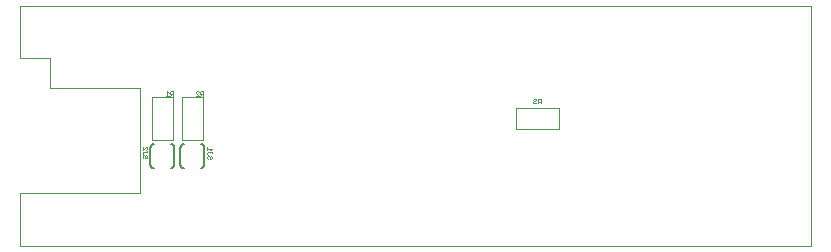
<source format=gbo>
G75*
G70*
%OFA0B0*%
%FSLAX24Y24*%
%IPPOS*%
%LPD*%
%AMOC8*
5,1,8,0,0,1.08239X$1,22.5*
%
%ADD10C,0.0000*%
%ADD11C,0.0010*%
%ADD12C,0.0030*%
%ADD13C,0.0080*%
D10*
X000300Y002393D02*
X000300Y004143D01*
X004050Y004143D01*
X004300Y004143D01*
X004300Y007643D01*
X002050Y007643D01*
X001300Y007643D01*
X001300Y008643D01*
X000300Y008643D01*
X000300Y010389D01*
X000300Y010393D01*
X000300Y010389D02*
X026678Y010389D01*
X026678Y002393D01*
X000300Y002393D01*
D11*
X004395Y005339D02*
X004420Y005314D01*
X004395Y005339D02*
X004395Y005389D01*
X004420Y005414D01*
X004445Y005414D01*
X004470Y005389D01*
X004470Y005339D01*
X004495Y005314D01*
X004520Y005314D01*
X004545Y005339D01*
X004545Y005389D01*
X004520Y005414D01*
X004545Y005511D02*
X004545Y005561D01*
X004545Y005536D02*
X004420Y005536D01*
X004395Y005511D01*
X004395Y005486D01*
X004420Y005461D01*
X004395Y005608D02*
X004495Y005709D01*
X004520Y005709D01*
X004545Y005684D01*
X004545Y005633D01*
X004520Y005608D01*
X004395Y005608D02*
X004395Y005709D01*
X006555Y005686D02*
X006555Y005585D01*
X006555Y005636D02*
X006705Y005636D01*
X006655Y005585D01*
X006705Y005538D02*
X006705Y005488D01*
X006705Y005513D02*
X006580Y005513D01*
X006555Y005488D01*
X006555Y005463D01*
X006580Y005438D01*
X006580Y005391D02*
X006555Y005366D01*
X006555Y005316D01*
X006580Y005291D01*
X006630Y005316D02*
X006630Y005366D01*
X006605Y005391D01*
X006580Y005391D01*
X006630Y005316D02*
X006655Y005291D01*
X006680Y005291D01*
X006705Y005316D01*
X006705Y005366D01*
X006680Y005391D01*
X006415Y007398D02*
X006415Y007548D01*
X006340Y007548D01*
X006315Y007523D01*
X006315Y007473D01*
X006340Y007448D01*
X006415Y007448D01*
X006365Y007448D02*
X006315Y007398D01*
X006268Y007398D02*
X006168Y007498D01*
X006168Y007523D01*
X006193Y007548D01*
X006243Y007548D01*
X006268Y007523D01*
X006268Y007398D02*
X006168Y007398D01*
X005415Y007398D02*
X005415Y007548D01*
X005340Y007548D01*
X005315Y007523D01*
X005315Y007473D01*
X005340Y007448D01*
X005415Y007448D01*
X005365Y007448D02*
X005315Y007398D01*
X005268Y007398D02*
X005168Y007398D01*
X005218Y007398D02*
X005218Y007548D01*
X005268Y007498D01*
X017418Y007273D02*
X017418Y007248D01*
X017443Y007223D01*
X017418Y007198D01*
X017418Y007173D01*
X017443Y007148D01*
X017493Y007148D01*
X017518Y007173D01*
X017565Y007148D02*
X017615Y007198D01*
X017590Y007198D02*
X017665Y007198D01*
X017665Y007148D02*
X017665Y007298D01*
X017590Y007298D01*
X017565Y007273D01*
X017565Y007223D01*
X017590Y007198D01*
X017518Y007273D02*
X017493Y007298D01*
X017443Y007298D01*
X017418Y007273D01*
X017443Y007223D02*
X017468Y007223D01*
D12*
X016841Y006998D02*
X018259Y006998D01*
X018259Y006604D01*
X018259Y006328D01*
X018259Y006289D01*
X016841Y006289D01*
X016841Y006328D01*
X016841Y006998D01*
X006404Y007352D02*
X006404Y005935D01*
X006365Y005935D01*
X005696Y005935D01*
X005696Y007352D01*
X006089Y007352D01*
X006365Y007352D01*
X006404Y007352D01*
X005404Y007352D02*
X005404Y005935D01*
X005365Y005935D01*
X004696Y005935D01*
X004696Y007352D01*
X005089Y007352D01*
X005365Y007352D01*
X005404Y007352D01*
D13*
X005444Y005708D02*
X005444Y005078D01*
X005443Y005078D02*
X005438Y005062D01*
X005430Y005046D01*
X005420Y005032D01*
X005408Y005020D01*
X005393Y005010D01*
X005377Y005003D01*
X005360Y004999D01*
X005343Y004998D01*
X005325Y005000D01*
X004775Y005000D02*
X004755Y004998D01*
X004736Y005000D01*
X004717Y005006D01*
X004700Y005015D01*
X004684Y005027D01*
X004672Y005042D01*
X004663Y005060D01*
X004657Y005078D01*
X004656Y005078D02*
X004656Y005708D01*
X004657Y005709D02*
X004663Y005727D01*
X004672Y005745D01*
X004684Y005760D01*
X004700Y005772D01*
X004717Y005781D01*
X004736Y005787D01*
X004755Y005789D01*
X004775Y005787D01*
X005325Y005787D02*
X005343Y005789D01*
X005360Y005788D01*
X005377Y005784D01*
X005393Y005777D01*
X005408Y005767D01*
X005420Y005755D01*
X005430Y005741D01*
X005438Y005725D01*
X005443Y005709D01*
X005656Y005708D02*
X005656Y005078D01*
X005657Y005078D02*
X005663Y005060D01*
X005672Y005042D01*
X005684Y005027D01*
X005700Y005015D01*
X005717Y005006D01*
X005736Y005000D01*
X005755Y004998D01*
X005775Y005000D01*
X006325Y005000D02*
X006343Y004998D01*
X006360Y004999D01*
X006377Y005003D01*
X006393Y005010D01*
X006408Y005020D01*
X006420Y005032D01*
X006430Y005046D01*
X006438Y005062D01*
X006443Y005078D01*
X006444Y005078D02*
X006444Y005708D01*
X006443Y005709D02*
X006438Y005725D01*
X006430Y005741D01*
X006420Y005755D01*
X006408Y005767D01*
X006393Y005777D01*
X006377Y005784D01*
X006360Y005788D01*
X006343Y005789D01*
X006325Y005787D01*
X005775Y005787D02*
X005755Y005789D01*
X005736Y005787D01*
X005717Y005781D01*
X005700Y005772D01*
X005684Y005760D01*
X005672Y005745D01*
X005663Y005727D01*
X005657Y005709D01*
M02*

</source>
